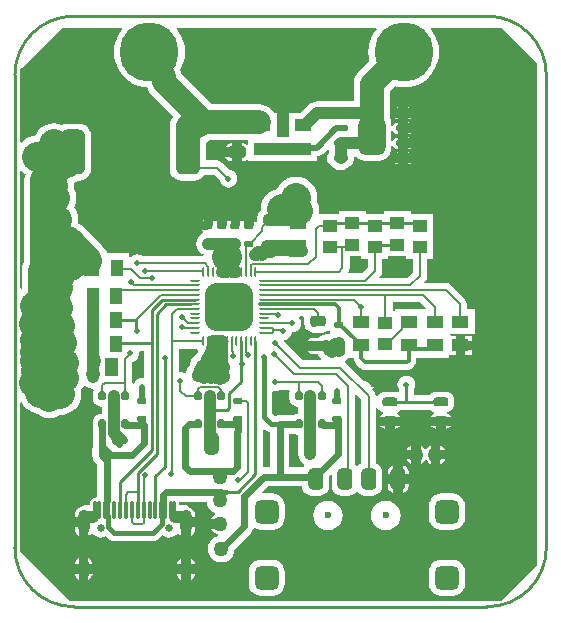
<source format=gtl>
G04*
G04 #@! TF.GenerationSoftware,Altium Limited,Altium Designer,20.2.3 (150)*
G04*
G04 Layer_Physical_Order=1*
G04 Layer_Color=255*
%FSLAX44Y44*%
%MOMM*%
G71*
G04*
G04 #@! TF.SameCoordinates,529A9E34-4FC0-4C7B-B34A-3B4898198E1E*
G04*
G04*
G04 #@! TF.FilePolarity,Positive*
G04*
G01*
G75*
%ADD11C,0.2000*%
%ADD19C,0.2540*%
G04:AMPARAMS|DCode=20|XSize=0.4064mm|YSize=0.4064mm|CornerRadius=0.2032mm|HoleSize=0mm|Usage=FLASHONLY|Rotation=90.000|XOffset=0mm|YOffset=0mm|HoleType=Round|Shape=RoundedRectangle|*
%AMROUNDEDRECTD20*
21,1,0.4064,0.0000,0,0,90.0*
21,1,0.0000,0.4064,0,0,90.0*
1,1,0.4064,0.0000,0.0000*
1,1,0.4064,0.0000,0.0000*
1,1,0.4064,0.0000,0.0000*
1,1,0.4064,0.0000,0.0000*
%
%ADD20ROUNDEDRECTD20*%
G04:AMPARAMS|DCode=21|XSize=0.762mm|YSize=0.5588mm|CornerRadius=0.1397mm|HoleSize=0mm|Usage=FLASHONLY|Rotation=0.000|XOffset=0mm|YOffset=0mm|HoleType=Round|Shape=RoundedRectangle|*
%AMROUNDEDRECTD21*
21,1,0.7620,0.2794,0,0,0.0*
21,1,0.4826,0.5588,0,0,0.0*
1,1,0.2794,0.2413,-0.1397*
1,1,0.2794,-0.2413,-0.1397*
1,1,0.2794,-0.2413,0.1397*
1,1,0.2794,0.2413,0.1397*
%
%ADD21ROUNDEDRECTD21*%
%ADD22R,1.4000X1.1000*%
%ADD23R,1.3000X1.0000*%
G04:AMPARAMS|DCode=24|XSize=1.27mm|YSize=0.762mm|CornerRadius=0.1905mm|HoleSize=0mm|Usage=FLASHONLY|Rotation=0.000|XOffset=0mm|YOffset=0mm|HoleType=Round|Shape=RoundedRectangle|*
%AMROUNDEDRECTD24*
21,1,1.2700,0.3810,0,0,0.0*
21,1,0.8890,0.7620,0,0,0.0*
1,1,0.3810,0.4445,-0.1905*
1,1,0.3810,-0.4445,-0.1905*
1,1,0.3810,-0.4445,0.1905*
1,1,0.3810,0.4445,0.1905*
%
%ADD24ROUNDEDRECTD24*%
G04:AMPARAMS|DCode=25|XSize=2.032mm|YSize=2.032mm|CornerRadius=0.508mm|HoleSize=0mm|Usage=FLASHONLY|Rotation=0.000|XOffset=0mm|YOffset=0mm|HoleType=Round|Shape=RoundedRectangle|*
%AMROUNDEDRECTD25*
21,1,2.0320,1.0160,0,0,0.0*
21,1,1.0160,2.0320,0,0,0.0*
1,1,1.0160,0.5080,-0.5080*
1,1,1.0160,-0.5080,-0.5080*
1,1,1.0160,-0.5080,0.5080*
1,1,1.0160,0.5080,0.5080*
%
%ADD25ROUNDEDRECTD25*%
G04:AMPARAMS|DCode=26|XSize=1.27mm|YSize=1.8mm|CornerRadius=0.3175mm|HoleSize=0mm|Usage=FLASHONLY|Rotation=0.000|XOffset=0mm|YOffset=0mm|HoleType=Round|Shape=RoundedRectangle|*
%AMROUNDEDRECTD26*
21,1,1.2700,1.1650,0,0,0.0*
21,1,0.6350,1.8000,0,0,0.0*
1,1,0.6350,0.3175,-0.5825*
1,1,0.6350,-0.3175,-0.5825*
1,1,0.6350,-0.3175,0.5825*
1,1,0.6350,0.3175,0.5825*
%
%ADD26ROUNDEDRECTD26*%
G04:AMPARAMS|DCode=27|XSize=0.6096mm|YSize=0.762mm|CornerRadius=0.1524mm|HoleSize=0mm|Usage=FLASHONLY|Rotation=0.000|XOffset=0mm|YOffset=0mm|HoleType=Round|Shape=RoundedRectangle|*
%AMROUNDEDRECTD27*
21,1,0.6096,0.4572,0,0,0.0*
21,1,0.3048,0.7620,0,0,0.0*
1,1,0.3048,0.1524,-0.2286*
1,1,0.3048,-0.1524,-0.2286*
1,1,0.3048,-0.1524,0.2286*
1,1,0.3048,0.1524,0.2286*
%
%ADD27ROUNDEDRECTD27*%
%ADD28R,1.1000X1.4000*%
%ADD29O,1.3000X0.5000*%
G04:AMPARAMS|DCode=30|XSize=3.2mm|YSize=2.3mm|CornerRadius=0.575mm|HoleSize=0mm|Usage=FLASHONLY|Rotation=270.000|XOffset=0mm|YOffset=0mm|HoleType=Round|Shape=RoundedRectangle|*
%AMROUNDEDRECTD30*
21,1,3.2000,1.1500,0,0,270.0*
21,1,2.0500,2.3000,0,0,270.0*
1,1,1.1500,-0.5750,-1.0250*
1,1,1.1500,-0.5750,1.0250*
1,1,1.1500,0.5750,1.0250*
1,1,1.1500,0.5750,-1.0250*
%
%ADD30ROUNDEDRECTD30*%
G04:AMPARAMS|DCode=31|XSize=3.81mm|YSize=2.032mm|CornerRadius=0.508mm|HoleSize=0mm|Usage=FLASHONLY|Rotation=270.000|XOffset=0mm|YOffset=0mm|HoleType=Round|Shape=RoundedRectangle|*
%AMROUNDEDRECTD31*
21,1,3.8100,1.0160,0,0,270.0*
21,1,2.7940,2.0320,0,0,270.0*
1,1,1.0160,-0.5080,-1.3970*
1,1,1.0160,-0.5080,1.3970*
1,1,1.0160,0.5080,1.3970*
1,1,1.0160,0.5080,-1.3970*
%
%ADD31ROUNDEDRECTD31*%
G04:AMPARAMS|DCode=32|XSize=1.5mm|YSize=1mm|CornerRadius=0.25mm|HoleSize=0mm|Usage=FLASHONLY|Rotation=180.000|XOffset=0mm|YOffset=0mm|HoleType=Round|Shape=RoundedRectangle|*
%AMROUNDEDRECTD32*
21,1,1.5000,0.5000,0,0,180.0*
21,1,1.0000,1.0000,0,0,180.0*
1,1,0.5000,-0.5000,0.2500*
1,1,0.5000,0.5000,0.2500*
1,1,0.5000,0.5000,-0.2500*
1,1,0.5000,-0.5000,-0.2500*
%
%ADD32ROUNDEDRECTD32*%
G04:AMPARAMS|DCode=33|XSize=0.84mm|YSize=0.22mm|CornerRadius=0.055mm|HoleSize=0mm|Usage=FLASHONLY|Rotation=180.000|XOffset=0mm|YOffset=0mm|HoleType=Round|Shape=RoundedRectangle|*
%AMROUNDEDRECTD33*
21,1,0.8400,0.1100,0,0,180.0*
21,1,0.7300,0.2200,0,0,180.0*
1,1,0.1100,-0.3650,0.0550*
1,1,0.1100,0.3650,0.0550*
1,1,0.1100,0.3650,-0.0550*
1,1,0.1100,-0.3650,-0.0550*
%
%ADD33ROUNDEDRECTD33*%
G04:AMPARAMS|DCode=34|XSize=0.84mm|YSize=0.22mm|CornerRadius=0.055mm|HoleSize=0mm|Usage=FLASHONLY|Rotation=90.000|XOffset=0mm|YOffset=0mm|HoleType=Round|Shape=RoundedRectangle|*
%AMROUNDEDRECTD34*
21,1,0.8400,0.1100,0,0,90.0*
21,1,0.7300,0.2200,0,0,90.0*
1,1,0.1100,0.0550,0.3650*
1,1,0.1100,0.0550,-0.3650*
1,1,0.1100,-0.0550,-0.3650*
1,1,0.1100,-0.0550,0.3650*
%
%ADD34ROUNDEDRECTD34*%
G04:AMPARAMS|DCode=35|XSize=1.3mm|YSize=0.9mm|CornerRadius=0.225mm|HoleSize=0mm|Usage=FLASHONLY|Rotation=180.000|XOffset=0mm|YOffset=0mm|HoleType=Round|Shape=RoundedRectangle|*
%AMROUNDEDRECTD35*
21,1,1.3000,0.4500,0,0,180.0*
21,1,0.8500,0.9000,0,0,180.0*
1,1,0.4500,-0.4250,0.2250*
1,1,0.4500,0.4250,0.2250*
1,1,0.4500,0.4250,-0.2250*
1,1,0.4500,-0.4250,-0.2250*
%
%ADD35ROUNDEDRECTD35*%
G04:AMPARAMS|DCode=36|XSize=0.9561mm|YSize=1.6098mm|CornerRadius=0.239mm|HoleSize=0mm|Usage=FLASHONLY|Rotation=90.000|XOffset=0mm|YOffset=0mm|HoleType=Round|Shape=RoundedRectangle|*
%AMROUNDEDRECTD36*
21,1,0.9561,1.1318,0,0,90.0*
21,1,0.4780,1.6098,0,0,90.0*
1,1,0.4780,0.5659,0.2390*
1,1,0.4780,0.5659,-0.2390*
1,1,0.4780,-0.5659,-0.2390*
1,1,0.4780,-0.5659,0.2390*
%
%ADD36ROUNDEDRECTD36*%
G04:AMPARAMS|DCode=37|XSize=1.5mm|YSize=0.3mm|CornerRadius=0.075mm|HoleSize=0mm|Usage=FLASHONLY|Rotation=90.000|XOffset=0mm|YOffset=0mm|HoleType=Round|Shape=RoundedRectangle|*
%AMROUNDEDRECTD37*
21,1,1.5000,0.1500,0,0,90.0*
21,1,1.3500,0.3000,0,0,90.0*
1,1,0.1500,0.0750,0.6750*
1,1,0.1500,0.0750,-0.6750*
1,1,0.1500,-0.0750,-0.6750*
1,1,0.1500,-0.0750,0.6750*
%
%ADD37ROUNDEDRECTD37*%
G04:AMPARAMS|DCode=63|XSize=4.064mm|YSize=4.064mm|CornerRadius=1.016mm|HoleSize=0mm|Usage=FLASHONLY|Rotation=90.000|XOffset=0mm|YOffset=0mm|HoleType=Round|Shape=RoundedRectangle|*
%AMROUNDEDRECTD63*
21,1,4.0640,2.0320,0,0,90.0*
21,1,2.0320,4.0640,0,0,90.0*
1,1,2.0320,1.0160,1.0160*
1,1,2.0320,1.0160,-1.0160*
1,1,2.0320,-1.0160,-1.0160*
1,1,2.0320,-1.0160,1.0160*
%
%ADD63ROUNDEDRECTD63*%
%ADD64C,1.0000*%
%ADD65C,0.5000*%
%ADD66C,0.6000*%
%ADD67C,0.4000*%
%ADD68C,0.3000*%
%ADD69C,2.5400*%
%ADD70C,3.0000*%
%ADD71C,2.0000*%
%ADD72C,0.6000*%
%ADD73C,5.0000*%
%ADD74C,0.6500*%
%ADD75O,1.0000X1.6000*%
%ADD76O,1.0000X2.1000*%
%ADD77C,0.5000*%
%ADD78C,1.2700*%
G36*
X441724Y459973D02*
Y34777D01*
X411625Y4678D01*
X46754D01*
X4463Y46969D01*
Y172735D01*
X5733Y173053D01*
X6766Y171120D01*
X8978Y168425D01*
X11673Y166213D01*
X14748Y164570D01*
X18085Y163558D01*
X18532Y163514D01*
X19420Y162784D01*
X22495Y161141D01*
X25832Y160129D01*
X29302Y159787D01*
X32771Y160129D01*
X36108Y161141D01*
X38329Y162328D01*
X41788Y162669D01*
X45125Y163681D01*
X48200Y165324D01*
X50895Y167536D01*
X53107Y170231D01*
X54750Y173306D01*
X55762Y176643D01*
X56104Y180112D01*
X55855Y182638D01*
X56409Y183312D01*
X58052Y186387D01*
X58113Y186588D01*
X59579Y187044D01*
X60997Y185956D01*
X63429Y184948D01*
X65928Y184620D01*
X66110Y184487D01*
X66752Y183417D01*
X66288Y182297D01*
X66064Y180594D01*
Y176022D01*
X66288Y174319D01*
X66945Y172732D01*
X67991Y171369D01*
X69354Y170323D01*
X70941Y169666D01*
X72644Y169442D01*
X73734D01*
Y163298D01*
X72644D01*
X70941Y163074D01*
X69354Y162417D01*
X67991Y161371D01*
X66945Y160008D01*
X66288Y158421D01*
X66064Y156718D01*
Y152778D01*
X65776Y138630D01*
X65593Y129577D01*
X65643Y129120D01*
X65513Y128293D01*
X65736Y126198D01*
X66494Y124233D01*
X67734Y122530D01*
X69639Y120528D01*
X69807Y120392D01*
Y93331D01*
X68780Y92254D01*
X67280D01*
X65996Y91999D01*
X64908Y91272D01*
X64181Y90184D01*
X63925Y88900D01*
Y86399D01*
X61975D01*
X59365Y86056D01*
X56932Y85048D01*
X56350Y84601D01*
X56312Y84596D01*
X54478Y83836D01*
X52902Y82628D01*
X51694Y81053D01*
X50934Y79218D01*
X50675Y77250D01*
Y75750D01*
X58280D01*
Y71750D01*
X62280D01*
Y59815D01*
X63658Y60872D01*
X64407Y61849D01*
X65904Y61916D01*
X65964Y61886D01*
X66746Y60866D01*
X68469Y59544D01*
X70476Y58712D01*
X72630Y58429D01*
X74784Y58712D01*
X76791Y59544D01*
X77070Y59758D01*
X79336Y57492D01*
X80798Y56370D01*
X82501Y55664D01*
X84328Y55424D01*
X116840D01*
X118667Y55664D01*
X120370Y56370D01*
X121832Y57492D01*
X124920Y60579D01*
X126269Y59544D01*
X128276Y58712D01*
X130430Y58429D01*
X132584Y58712D01*
X134591Y59544D01*
X136314Y60866D01*
X137096Y61886D01*
X137156Y61916D01*
X138653Y61849D01*
X139402Y60872D01*
X140780Y59815D01*
Y71750D01*
X144780D01*
Y75750D01*
X152385D01*
Y77250D01*
X152126Y79218D01*
X151366Y81053D01*
X150158Y82628D01*
X148582Y83836D01*
X148414Y83906D01*
X146910Y85060D01*
X144478Y86068D01*
X141867Y86411D01*
X139399D01*
X139356Y86476D01*
X139134Y86624D01*
Y88832D01*
X162442D01*
X162678Y87037D01*
X163822Y84276D01*
X165641Y81905D01*
X168012Y80086D01*
X169774Y79356D01*
Y77981D01*
X169253Y77765D01*
X167396Y76340D01*
X165971Y74483D01*
X165770Y74000D01*
X173736D01*
Y66000D01*
X165770D01*
X165971Y65517D01*
X167396Y63660D01*
X169253Y62235D01*
X171415Y61339D01*
X172127Y61245D01*
Y59964D01*
X171897Y59934D01*
X169136Y58790D01*
X166765Y56971D01*
X164946Y54600D01*
X163802Y51839D01*
X163412Y48876D01*
X163802Y45913D01*
X164946Y43152D01*
X166765Y40781D01*
X169136Y38962D01*
X171897Y37818D01*
X174860Y37428D01*
X177823Y37818D01*
X180584Y38962D01*
X182955Y40781D01*
X184774Y43152D01*
X185918Y45913D01*
X186308Y48876D01*
X186304Y48908D01*
X199762Y62366D01*
X201044Y64037D01*
X201850Y65984D01*
X201870Y66139D01*
X202983Y66697D01*
X203218Y66645D01*
X205599Y65659D01*
X208230Y65313D01*
X218390D01*
X221021Y65659D01*
X223473Y66675D01*
X225579Y68291D01*
X227195Y70396D01*
X228211Y72849D01*
X228557Y75480D01*
Y85640D01*
X228211Y88271D01*
X227195Y90723D01*
X225579Y92829D01*
X223473Y94445D01*
X221021Y95461D01*
X218390Y95807D01*
X209598D01*
X209072Y97077D01*
X214035Y102040D01*
X243149D01*
X243420Y99981D01*
X244244Y97992D01*
X245555Y96285D01*
X247262Y94974D01*
X249251Y94150D01*
X251385Y93869D01*
X257735D01*
X259869Y94150D01*
X261858Y94974D01*
X263566Y96285D01*
X264876Y97992D01*
X265700Y99981D01*
X265980Y102115D01*
Y110763D01*
X266966Y111749D01*
X268139Y111263D01*
Y102115D01*
X268420Y99981D01*
X269244Y97992D01*
X270555Y96285D01*
X272262Y94974D01*
X274251Y94150D01*
X276385Y93869D01*
X282735D01*
X284869Y94150D01*
X286858Y94974D01*
X288566Y96285D01*
X288925Y96753D01*
X290195D01*
X290555Y96285D01*
X292262Y94974D01*
X294251Y94150D01*
X296385Y93869D01*
X302735D01*
X304869Y94150D01*
X306858Y94974D01*
X308566Y96285D01*
X309876Y97992D01*
X310700Y99981D01*
X310980Y102115D01*
Y113765D01*
X310700Y115899D01*
X309876Y117888D01*
X308566Y119595D01*
X306858Y120906D01*
X305678Y121395D01*
Y167771D01*
X306947Y168024D01*
X307024Y167841D01*
X308130Y166398D01*
X309573Y165292D01*
X311252Y164596D01*
X312010Y164496D01*
X312052Y163209D01*
X311321Y163064D01*
X309850Y162082D01*
X309109Y160972D01*
X317500D01*
X325891D01*
X325150Y162082D01*
X324143Y162754D01*
X323798Y163270D01*
X323571Y163422D01*
X323966Y164686D01*
X325427Y165292D01*
X326870Y166398D01*
X327205Y166835D01*
X350975D01*
X351310Y166398D01*
X352753Y165292D01*
X354432Y164596D01*
X355190Y164496D01*
X355232Y163209D01*
X354501Y163064D01*
X353030Y162082D01*
X352289Y160972D01*
X360680D01*
X369071D01*
X368330Y162082D01*
X366859Y163064D01*
X366128Y163209D01*
X366170Y164496D01*
X366928Y164596D01*
X368607Y165292D01*
X370050Y166398D01*
X371157Y167841D01*
X371852Y169520D01*
X372090Y171323D01*
Y175133D01*
X371852Y176936D01*
X371157Y178615D01*
X370050Y180058D01*
X368607Y181164D01*
X366928Y181860D01*
X365125Y182098D01*
X356235D01*
X354432Y181860D01*
X352753Y181164D01*
X351310Y180058D01*
X350975Y179621D01*
X337863D01*
Y183971D01*
X338021Y184178D01*
X338777Y186002D01*
X339035Y187960D01*
X338777Y189918D01*
X338021Y191742D01*
X336819Y193309D01*
X335252Y194511D01*
X333428Y195267D01*
X331470Y195525D01*
X329512Y195267D01*
X327688Y194511D01*
X326121Y193309D01*
X324919Y191742D01*
X324163Y189918D01*
X323905Y187960D01*
X324163Y186002D01*
X324919Y184178D01*
X325077Y183971D01*
Y182453D01*
X324021Y181747D01*
X323748Y181860D01*
X321945Y182098D01*
X313055D01*
X311252Y181860D01*
X309573Y181164D01*
X308130Y180058D01*
X307024Y178615D01*
X306902Y178323D01*
X306779Y178312D01*
X305614Y178532D01*
X305212Y180555D01*
X303886Y182540D01*
X302661Y183764D01*
X303079Y185142D01*
X303591Y185244D01*
X304710Y185992D01*
X301625D01*
Y189992D01*
X297625D01*
Y193077D01*
X296877Y191959D01*
X296775Y191446D01*
X295397Y191028D01*
X279789Y206637D01*
X279658Y206724D01*
X279541Y207222D01*
X279552Y207825D01*
X279692Y208229D01*
X281452Y209580D01*
X282301Y210686D01*
X286814D01*
Y210439D01*
X287037Y208742D01*
X287692Y207161D01*
X288734Y205803D01*
X292163Y202374D01*
X293521Y201332D01*
X295102Y200677D01*
X296799Y200454D01*
X331978D01*
X333675Y200677D01*
X335256Y201332D01*
X336614Y202374D01*
X338011Y203771D01*
X339053Y205129D01*
X339708Y206710D01*
X339931Y208407D01*
Y210686D01*
X367600D01*
Y211897D01*
X367650Y213146D01*
X368870Y213146D01*
X373190D01*
Y221186D01*
Y229226D01*
X369185D01*
X368623Y230496D01*
X368795Y230686D01*
X389190D01*
Y251686D01*
X382799D01*
Y255935D01*
X382334Y258276D01*
X381008Y260261D01*
X368943Y272326D01*
X366958Y273652D01*
X364617Y274118D01*
X347166D01*
X346680Y275291D01*
X347226Y275836D01*
X348552Y277821D01*
X349017Y280162D01*
Y294580D01*
X354400D01*
Y312580D01*
Y332580D01*
X335350D01*
Y334580D01*
X312350D01*
Y332580D01*
X297250D01*
Y334580D01*
X274250D01*
Y332580D01*
X258520D01*
X257667Y333521D01*
X257780Y334672D01*
X257438Y338141D01*
X256426Y341478D01*
X255662Y342907D01*
X256002Y346356D01*
X255660Y349825D01*
X254648Y353162D01*
X253005Y356237D01*
X250793Y358932D01*
X248098Y361144D01*
X245023Y362787D01*
X241686Y363799D01*
X238216Y364141D01*
X234747Y363799D01*
X231410Y362787D01*
X228335Y361144D01*
X225640Y358932D01*
X223428Y356237D01*
X222127Y353802D01*
X219091Y352881D01*
X216016Y351238D01*
X213321Y349026D01*
X211109Y346331D01*
X209466Y343256D01*
X208454Y339919D01*
X208112Y336450D01*
X208173Y335829D01*
X207510Y335321D01*
X206326Y333777D01*
X205581Y331979D01*
X205327Y330050D01*
Y326582D01*
X204119Y325919D01*
X203936Y325970D01*
X203371Y326815D01*
X202120Y327652D01*
Y322580D01*
X194120D01*
Y327652D01*
X192869Y326815D01*
X191941D01*
X190690Y327652D01*
Y322580D01*
X182690D01*
Y327652D01*
X181439Y326815D01*
X180511D01*
X179260Y327652D01*
Y322580D01*
X171260D01*
Y327652D01*
X170009Y326815D01*
X169081D01*
X167830Y327652D01*
Y322580D01*
X163830D01*
Y318580D01*
X158421D01*
X158579Y318345D01*
X159485Y317739D01*
X159473Y316408D01*
X159451Y316350D01*
X158787Y316075D01*
X156698Y314472D01*
X155095Y312383D01*
X154087Y309951D01*
X153744Y307340D01*
X154087Y304729D01*
X155095Y302297D01*
X156698Y300208D01*
X158787Y298605D01*
X159722Y298218D01*
X159470Y296947D01*
X107980D01*
X107414Y297381D01*
X105590Y298137D01*
X103632Y298395D01*
X101674Y298137D01*
X99850Y297381D01*
X98283Y296179D01*
X97970Y295771D01*
X96700Y296202D01*
Y299020D01*
X77948D01*
X77687Y299881D01*
X76044Y302956D01*
X73832Y305651D01*
X73832Y305651D01*
X57331Y322152D01*
X54636Y324364D01*
X53439Y325003D01*
X53691Y327560D01*
X53349Y331029D01*
X52337Y334366D01*
X50694Y337441D01*
X50135Y338121D01*
X50559Y338914D01*
X51571Y342251D01*
X51913Y345720D01*
X51571Y349190D01*
X50559Y352527D01*
X49997Y353579D01*
X50240Y356045D01*
X49945Y359036D01*
X51016Y359361D01*
X53233Y360546D01*
X54370D01*
X57001Y360892D01*
X59454Y361908D01*
X61559Y363524D01*
X63175Y365630D01*
X64191Y368082D01*
X64537Y370713D01*
Y398653D01*
X64191Y401284D01*
X63175Y403736D01*
X61559Y405842D01*
X59454Y407458D01*
X57001Y408474D01*
X54370Y408820D01*
X44210D01*
X41579Y408474D01*
X40215Y407909D01*
X40045Y407999D01*
X36708Y409011D01*
X33238Y409353D01*
X29769Y409011D01*
X26432Y407999D01*
X23357Y406356D01*
X20662Y404144D01*
X18450Y401449D01*
X16946Y398633D01*
X15291Y398470D01*
X11954Y397458D01*
X8879Y395815D01*
X6184Y393603D01*
X5659Y392963D01*
X4463Y393391D01*
Y454701D01*
X5225Y455655D01*
X5733Y456163D01*
X5733Y456163D01*
X39642Y490072D01*
X90395D01*
X90927Y488919D01*
X89573Y487334D01*
X87106Y483308D01*
X85299Y478945D01*
X84197Y474353D01*
X83826Y469646D01*
X84197Y464939D01*
X85299Y460347D01*
X87106Y455984D01*
X89573Y451958D01*
X92640Y448367D01*
X96231Y445300D01*
X100257Y442833D01*
X104620Y441026D01*
X109212Y439924D01*
X111923Y439710D01*
X112315Y438418D01*
X113708Y435812D01*
X115583Y433528D01*
X134019Y415092D01*
X133758Y414774D01*
X132365Y412168D01*
X131507Y409341D01*
X131217Y406400D01*
Y399978D01*
X131043Y398653D01*
Y370713D01*
X131390Y368082D01*
X132405Y365630D01*
X134021Y363524D01*
X136126Y361908D01*
X138579Y360892D01*
X141210Y360546D01*
X151370D01*
X154001Y360892D01*
X156454Y361908D01*
X158559Y363524D01*
X160149Y365596D01*
X168932D01*
X173448Y361079D01*
X173541Y360373D01*
X174297Y358549D01*
X175499Y356982D01*
X177066Y355780D01*
X178890Y355024D01*
X180848Y354766D01*
X182806Y355024D01*
X184630Y355780D01*
X186197Y356982D01*
X187399Y358549D01*
X188155Y360373D01*
X188413Y362331D01*
X188155Y364289D01*
X187399Y366113D01*
X186197Y367680D01*
X184630Y368882D01*
X182806Y369638D01*
X182100Y369731D01*
X175792Y376039D01*
X173807Y377365D01*
X171466Y377831D01*
X161537D01*
Y392864D01*
X163714Y394028D01*
X165151Y395207D01*
X187602D01*
X187961Y395171D01*
X197550D01*
Y391657D01*
X196280Y391186D01*
X194926Y392091D01*
X192960Y392482D01*
X191960D01*
Y384843D01*
Y377205D01*
X192960D01*
X194926Y377596D01*
X196280Y378500D01*
X197550Y378029D01*
Y377010D01*
X221550D01*
Y377424D01*
X231840D01*
Y377010D01*
X255840D01*
Y381231D01*
X257369Y381433D01*
X259193Y382188D01*
X260760Y383391D01*
X264404Y387034D01*
X265674Y386508D01*
Y384118D01*
X265209Y383512D01*
X264453Y381688D01*
X264195Y379730D01*
X264453Y377772D01*
X265209Y375948D01*
X266411Y374381D01*
X267978Y373179D01*
X268278Y373055D01*
X268628Y372598D01*
X270717Y370995D01*
X273150Y369987D01*
X275760Y369644D01*
X278370Y369987D01*
X280803Y370995D01*
X282892Y372598D01*
X283242Y373055D01*
X283542Y373179D01*
X285109Y374381D01*
X286311Y375948D01*
X287067Y377772D01*
X287325Y379730D01*
X287162Y380968D01*
X288377Y381471D01*
X288843Y380863D01*
X291089Y379140D01*
X293704Y378057D01*
X296510Y377687D01*
X308010D01*
X310816Y378057D01*
X313431Y379140D01*
X315677Y380863D01*
X317400Y383109D01*
X318483Y385724D01*
X318853Y388530D01*
Y390087D01*
X319474Y390289D01*
X320123Y390298D01*
X321126Y388796D01*
X322794Y387682D01*
X324760Y387291D01*
X324760D01*
Y392430D01*
Y397569D01*
X324760D01*
X322794Y397178D01*
X321126Y396064D01*
X320123Y394562D01*
X319474Y394571D01*
X318853Y394773D01*
Y402787D01*
X319474Y402989D01*
X320123Y402998D01*
X321126Y401496D01*
X322794Y400382D01*
X324760Y399991D01*
X324760D01*
Y405130D01*
Y410269D01*
X324760D01*
X322794Y409878D01*
X321126Y408764D01*
X320123Y407262D01*
X319474Y407271D01*
X318853Y407473D01*
Y409030D01*
X318483Y411836D01*
X317400Y414451D01*
X317333Y414539D01*
Y436479D01*
X321494Y440640D01*
X324477Y439924D01*
X329184Y439553D01*
X333891Y439924D01*
X338483Y441026D01*
X342846Y442833D01*
X346872Y445300D01*
X350463Y448367D01*
X353530Y451958D01*
X355997Y455984D01*
X357804Y460347D01*
X358906Y464939D01*
X359277Y469646D01*
X358906Y474353D01*
X357804Y478945D01*
X355997Y483308D01*
X353530Y487334D01*
X352176Y488919D01*
X352708Y490072D01*
X411625D01*
X441724Y459973D01*
D02*
G37*
G36*
X306192Y488919D02*
X304839Y487334D01*
X302371Y483308D01*
X300564Y478945D01*
X299462Y474353D01*
X299091Y469646D01*
X299462Y464939D01*
X300178Y461956D01*
X291602Y453380D01*
X289728Y451096D01*
X288335Y448490D01*
X287477Y445662D01*
X287187Y442722D01*
Y427789D01*
X276725D01*
X275760Y427916D01*
X255660D01*
X253050Y427573D01*
X250617Y426565D01*
X248528Y424962D01*
X241576Y418010D01*
X231840D01*
Y397596D01*
X221550D01*
Y407142D01*
X221599Y407304D01*
X221889Y410244D01*
X221599Y413185D01*
X221550Y413346D01*
Y418010D01*
X219673D01*
X219348Y418618D01*
X217474Y420902D01*
X215190Y422776D01*
X212584Y424169D01*
X209757Y425027D01*
X206816Y425317D01*
X188284D01*
X187925Y425352D01*
X166390D01*
X141180Y450563D01*
X141024Y452147D01*
X140166Y454975D01*
X140141Y455020D01*
X140732Y455984D01*
X142539Y460347D01*
X143641Y464939D01*
X144012Y469646D01*
X143641Y474353D01*
X142539Y478945D01*
X140732Y483308D01*
X138265Y487334D01*
X136911Y488919D01*
X137443Y490072D01*
X305660D01*
X306192Y488919D01*
D02*
G37*
G36*
X293300Y294580D02*
X298810D01*
Y286887D01*
X294040Y282118D01*
X283043D01*
X282364Y283388D01*
X282877Y284155D01*
X283342Y286496D01*
Y296580D01*
X293300D01*
Y294580D01*
D02*
G37*
G36*
X331400D02*
X336782D01*
Y282696D01*
X332204Y278118D01*
X309002D01*
X308516Y279291D01*
X309253Y280027D01*
X310579Y282012D01*
X311045Y284353D01*
Y294580D01*
X316300D01*
Y296580D01*
X331400D01*
Y294580D01*
D02*
G37*
G36*
X6184Y368450D02*
X8879Y366238D01*
X9006Y366171D01*
X8464Y364384D01*
X8122Y360914D01*
Y293251D01*
X7341Y291790D01*
X6197Y288020D01*
X5811Y284099D01*
Y269001D01*
X5733Y268952D01*
X4463Y269651D01*
Y368662D01*
X5659Y369090D01*
X6184Y368450D01*
D02*
G37*
G36*
X347835Y252859D02*
X347349Y251686D01*
X322010D01*
Y250186D01*
X319807D01*
Y257915D01*
X342779D01*
X347835Y252859D01*
D02*
G37*
G36*
X245068Y244580D02*
X244977Y243890D01*
Y239390D01*
X245227Y237497D01*
X245957Y235734D01*
X247119Y234219D01*
X248634Y233057D01*
X250397Y232327D01*
X252290Y232078D01*
X260790D01*
X262683Y232327D01*
X264446Y233057D01*
X265184Y233624D01*
X266851Y233415D01*
X267123Y233008D01*
X266958Y231565D01*
X266111Y231214D01*
X265167Y230490D01*
X263375Y230726D01*
X260764Y230383D01*
X258331Y229375D01*
X256245Y227774D01*
X252290D01*
X250421Y227402D01*
X248837Y226343D01*
X247778Y224759D01*
X247754Y224640D01*
X256540D01*
Y216640D01*
X247754D01*
X247778Y216521D01*
X248837Y214937D01*
X250421Y213878D01*
X252290Y213506D01*
X256244D01*
X257054Y212697D01*
X257237Y212254D01*
X258840Y210165D01*
X259448Y209699D01*
X259017Y208428D01*
X244215D01*
X227948Y224695D01*
X228005Y225869D01*
X228076Y225993D01*
X229034Y226119D01*
X230858Y226875D01*
X232425Y228077D01*
X233627Y229644D01*
X234383Y231468D01*
X234489Y232272D01*
X234950Y232211D01*
X236908Y232469D01*
X238732Y233225D01*
X240299Y234427D01*
X241501Y235994D01*
X242257Y237818D01*
X242515Y239776D01*
X242257Y241734D01*
X241501Y243558D01*
X240717Y244580D01*
X241343Y245851D01*
X243955D01*
X245068Y244580D01*
D02*
G37*
G36*
X155059Y216999D02*
X154844Y215883D01*
X153519Y213608D01*
X153327Y212901D01*
X152014Y212150D01*
X150145Y210295D01*
X148820Y208020D01*
X148129Y205479D01*
X148126Y204727D01*
X147677Y203955D01*
X147461Y203161D01*
X146843Y202548D01*
X145518Y200273D01*
X144960Y198221D01*
X144049Y197728D01*
X143847Y197656D01*
X143556Y197634D01*
X141912Y198315D01*
X139954Y198573D01*
X139213Y199222D01*
Y218533D01*
X154034D01*
X155059Y216999D01*
D02*
G37*
G36*
X87354Y210058D02*
Y195347D01*
X76126D01*
Y210250D01*
X87197D01*
X87354Y210058D01*
D02*
G37*
G36*
X109685Y194608D02*
X108730Y193771D01*
X107950Y193874D01*
X105992Y193616D01*
X104168Y192860D01*
X102601Y191658D01*
X101399Y190091D01*
X100859Y188790D01*
X99590Y189042D01*
Y207319D01*
X99621Y207323D01*
X101445Y208079D01*
X103012Y209281D01*
X104214Y210848D01*
X104970Y212672D01*
X105228Y214630D01*
X105108Y215537D01*
X105946Y216492D01*
X109685D01*
Y194608D01*
D02*
G37*
G36*
X232829Y182711D02*
X232658Y182297D01*
X232434Y180594D01*
Y176022D01*
X232658Y174319D01*
X233315Y172732D01*
X234361Y171369D01*
X235724Y170323D01*
X237311Y169666D01*
X239014Y169442D01*
X240104D01*
Y163298D01*
X239014D01*
X237311Y163074D01*
X235927Y162501D01*
X224663D01*
X222575Y162226D01*
X220803Y161492D01*
X219967D01*
X217886Y163574D01*
Y181662D01*
X219156Y182511D01*
X220604Y182320D01*
X222562Y182578D01*
X224387Y183334D01*
X224952Y183767D01*
X232124D01*
X232829Y182711D01*
D02*
G37*
G36*
X293442Y175680D02*
Y121395D01*
X292262Y120906D01*
X290555Y119595D01*
X290195Y119127D01*
X288925D01*
X288566Y119595D01*
X287931Y120083D01*
Y179533D01*
X289104Y180019D01*
X293442Y175680D01*
D02*
G37*
G36*
X237311Y145790D02*
X239014Y145566D01*
X239786D01*
Y137478D01*
X240026Y135652D01*
Y129032D01*
X240370Y126421D01*
X241378Y123989D01*
X242981Y121900D01*
X244748Y120544D01*
X245067Y120168D01*
X245046Y118932D01*
X244467Y118178D01*
X232224D01*
Y146363D01*
X235927D01*
X237311Y145790D01*
D02*
G37*
G36*
X212051Y149440D02*
X213513Y148317D01*
X215216Y147612D01*
X216086Y147498D01*
Y118178D01*
X210693D01*
X210003Y118783D01*
Y149828D01*
X211176Y150314D01*
X212051Y149440D01*
D02*
G37*
%LPC*%
G36*
X332760Y422969D02*
Y421830D01*
X335845D01*
X334726Y422578D01*
X332760Y422969D01*
D02*
G37*
G36*
X324760D02*
X324760D01*
X322794Y422578D01*
X321675Y421830D01*
X324760D01*
Y422969D01*
D02*
G37*
G36*
X335845Y413830D02*
X332760D01*
Y412691D01*
X334726Y413082D01*
X335845Y413830D01*
D02*
G37*
G36*
X324760D02*
X321675D01*
X322794Y413082D01*
X324760Y412691D01*
X324760D01*
Y413830D01*
D02*
G37*
G36*
X332760Y410269D02*
Y409130D01*
X335845D01*
X334726Y409878D01*
X332760Y410269D01*
D02*
G37*
G36*
X335845Y401130D02*
X332760D01*
Y399991D01*
X334726Y400382D01*
X335845Y401130D01*
D02*
G37*
G36*
X332760Y397569D02*
Y396430D01*
X335845D01*
X334726Y397178D01*
X332760Y397569D01*
D02*
G37*
G36*
X183960Y392482D02*
X182960D01*
X180993Y392091D01*
X179326Y390977D01*
X178212Y389310D01*
X178120Y388843D01*
X183960D01*
Y392482D01*
D02*
G37*
G36*
X335845Y388430D02*
X332760D01*
Y387291D01*
X334726Y387682D01*
X335845Y388430D01*
D02*
G37*
G36*
X332760Y384869D02*
Y383730D01*
X335845D01*
X334726Y384478D01*
X332760Y384869D01*
D02*
G37*
G36*
X324760D02*
X324760D01*
X322794Y384478D01*
X321675Y383730D01*
X324760D01*
Y384869D01*
D02*
G37*
G36*
X183960Y380843D02*
X178120D01*
X178212Y380377D01*
X179326Y378710D01*
X180993Y377596D01*
X182960Y377205D01*
X183960D01*
Y380843D01*
D02*
G37*
G36*
X335845Y375730D02*
X332760D01*
Y374591D01*
X334726Y374982D01*
X335845Y375730D01*
D02*
G37*
G36*
X324760D02*
X321675D01*
X322794Y374982D01*
X324760Y374591D01*
X324760D01*
Y375730D01*
D02*
G37*
G36*
X159830Y327652D02*
X158579Y326815D01*
X158421Y326580D01*
X159830D01*
Y327652D01*
D02*
G37*
G36*
X381190Y229226D02*
Y225186D01*
X386730D01*
Y229226D01*
X381190D01*
D02*
G37*
G36*
X386730Y217186D02*
X381190D01*
Y213146D01*
X386730D01*
Y217186D01*
D02*
G37*
G36*
X369071Y152972D02*
X364680D01*
Y150535D01*
X365125D01*
X366859Y150880D01*
X368330Y151862D01*
X369071Y152972D01*
D02*
G37*
G36*
X356680D02*
X352289D01*
X353030Y151862D01*
X354501Y150880D01*
X356235Y150535D01*
X356680D01*
Y152972D01*
D02*
G37*
G36*
X325891D02*
X321500D01*
Y150535D01*
X321945D01*
X323679Y150880D01*
X325150Y151862D01*
X325891Y152972D01*
D02*
G37*
G36*
X313500D02*
X309109D01*
X309850Y151862D01*
X311321Y150880D01*
X313055Y150535D01*
X313500D01*
Y152972D01*
D02*
G37*
G36*
X352108Y136617D02*
X351625Y136416D01*
X349768Y134991D01*
X348599Y133469D01*
X348204Y133362D01*
X347503D01*
X347107Y133469D01*
X345938Y134991D01*
X344081Y136416D01*
X343598Y136617D01*
Y128651D01*
Y120685D01*
X344081Y120886D01*
X345938Y122311D01*
X347107Y123833D01*
X347503Y123940D01*
X348204D01*
X348599Y123833D01*
X349768Y122311D01*
X351625Y120886D01*
X352108Y120685D01*
Y128651D01*
Y136617D01*
D02*
G37*
G36*
X360108D02*
Y132651D01*
X364074D01*
X363873Y133134D01*
X362448Y134991D01*
X360591Y136416D01*
X360108Y136617D01*
D02*
G37*
G36*
X335598D02*
X335115Y136416D01*
X333258Y134991D01*
X331833Y133134D01*
X331632Y132651D01*
X335598D01*
Y136617D01*
D02*
G37*
G36*
X364074Y124651D02*
X360108D01*
Y120685D01*
X360591Y120886D01*
X362448Y122311D01*
X363873Y124168D01*
X364074Y124651D01*
D02*
G37*
G36*
X335598D02*
X331632D01*
X331833Y124168D01*
X333258Y122311D01*
X335115Y120886D01*
X335598Y120685D01*
Y124651D01*
D02*
G37*
G36*
X328560Y119428D02*
Y111940D01*
X333562D01*
Y113765D01*
X333118Y115995D01*
X331855Y117885D01*
X329965Y119148D01*
X328560Y119428D01*
D02*
G37*
G36*
X320560D02*
X319155Y119148D01*
X317265Y117885D01*
X316002Y115995D01*
X315558Y113765D01*
Y111940D01*
X320560D01*
Y119428D01*
D02*
G37*
G36*
X333562Y103940D02*
X328560D01*
Y96452D01*
X329965Y96732D01*
X331855Y97995D01*
X333118Y99885D01*
X333562Y102115D01*
Y103940D01*
D02*
G37*
G36*
X320560D02*
X315558D01*
Y102115D01*
X316002Y99885D01*
X317265Y97995D01*
X319155Y96732D01*
X320560Y96452D01*
Y103940D01*
D02*
G37*
G36*
X370890Y95807D02*
X360730D01*
X358099Y95461D01*
X355647Y94445D01*
X353541Y92829D01*
X351925Y90723D01*
X350910Y88271D01*
X350563Y85640D01*
Y75480D01*
X350910Y72849D01*
X351925Y70396D01*
X353541Y68291D01*
X355647Y66675D01*
X358099Y65659D01*
X360730Y65313D01*
X370890D01*
X373521Y65659D01*
X375974Y66675D01*
X378079Y68291D01*
X379695Y70396D01*
X380710Y72849D01*
X381057Y75480D01*
Y85640D01*
X380710Y88271D01*
X379695Y90723D01*
X378079Y92829D01*
X375974Y94445D01*
X373521Y95461D01*
X370890Y95807D01*
D02*
G37*
G36*
X314060Y89788D02*
X310797Y89358D01*
X307756Y88099D01*
X305145Y86095D01*
X303141Y83484D01*
X301882Y80443D01*
X301452Y77180D01*
X301882Y73917D01*
X303141Y70876D01*
X305145Y68265D01*
X307756Y66261D01*
X310797Y65002D01*
X314060Y64572D01*
X317323Y65002D01*
X320364Y66261D01*
X322975Y68265D01*
X324979Y70876D01*
X326238Y73917D01*
X326668Y77180D01*
X326238Y80443D01*
X324979Y83484D01*
X322975Y86095D01*
X320364Y88099D01*
X317323Y89358D01*
X314060Y89788D01*
D02*
G37*
G36*
X265060D02*
X261797Y89358D01*
X258756Y88099D01*
X256145Y86095D01*
X254141Y83484D01*
X252882Y80443D01*
X252452Y77180D01*
X252882Y73917D01*
X254141Y70876D01*
X256145Y68265D01*
X258756Y66261D01*
X261797Y65002D01*
X265060Y64572D01*
X268323Y65002D01*
X271364Y66261D01*
X273975Y68265D01*
X275979Y70876D01*
X277238Y73917D01*
X277668Y77180D01*
X277238Y80443D01*
X275979Y83484D01*
X273975Y86095D01*
X271364Y88099D01*
X268323Y89358D01*
X265060Y89788D01*
D02*
G37*
G36*
X152385Y67750D02*
X148780D01*
Y59815D01*
X150158Y60872D01*
X151366Y62447D01*
X152126Y64282D01*
X152385Y66250D01*
Y67750D01*
D02*
G37*
G36*
X54280D02*
X50675D01*
Y66250D01*
X50934Y64282D01*
X51694Y62447D01*
X52902Y60872D01*
X54280Y59815D01*
Y67750D01*
D02*
G37*
G36*
X148780Y41185D02*
Y35750D01*
X152253D01*
X152126Y36718D01*
X151366Y38552D01*
X150158Y40128D01*
X148780Y41185D01*
D02*
G37*
G36*
X62280D02*
Y35750D01*
X65753D01*
X65626Y36718D01*
X64866Y38552D01*
X63658Y40128D01*
X62280Y41185D01*
D02*
G37*
G36*
X140780D02*
X139402Y40128D01*
X138194Y38552D01*
X137434Y36718D01*
X137307Y35750D01*
X140780D01*
Y41185D01*
D02*
G37*
G36*
X54280D02*
X52902Y40128D01*
X51694Y38552D01*
X50934Y36718D01*
X50807Y35750D01*
X54280D01*
Y41185D01*
D02*
G37*
G36*
X152253Y27750D02*
X148780D01*
Y22315D01*
X150158Y23372D01*
X151366Y24948D01*
X152126Y26782D01*
X152253Y27750D01*
D02*
G37*
G36*
X65753D02*
X62280D01*
Y22315D01*
X63658Y23372D01*
X64866Y24948D01*
X65626Y26782D01*
X65753Y27750D01*
D02*
G37*
G36*
X140780D02*
X137307D01*
X137434Y26782D01*
X138194Y24948D01*
X139402Y23372D01*
X140780Y22315D01*
Y27750D01*
D02*
G37*
G36*
X54280D02*
X50807D01*
X50934Y26782D01*
X51694Y24948D01*
X52902Y23372D01*
X54280Y22315D01*
Y27750D01*
D02*
G37*
G36*
X370890Y39807D02*
X360730D01*
X358099Y39460D01*
X355647Y38445D01*
X353541Y36829D01*
X351925Y34723D01*
X350910Y32271D01*
X350563Y29640D01*
Y19480D01*
X350910Y16848D01*
X351925Y14396D01*
X353541Y12291D01*
X355647Y10675D01*
X358099Y9659D01*
X360730Y9313D01*
X370890D01*
X373521Y9659D01*
X375974Y10675D01*
X378079Y12291D01*
X379695Y14396D01*
X380710Y16848D01*
X381057Y19480D01*
Y29640D01*
X380710Y32271D01*
X379695Y34723D01*
X378079Y36829D01*
X375974Y38445D01*
X373521Y39460D01*
X370890Y39807D01*
D02*
G37*
G36*
X218390D02*
X208230D01*
X205599Y39460D01*
X203146Y38445D01*
X201041Y36829D01*
X199425Y34723D01*
X198410Y32271D01*
X198063Y29640D01*
Y19480D01*
X198410Y16848D01*
X199425Y14396D01*
X201041Y12291D01*
X203146Y10675D01*
X205599Y9659D01*
X208230Y9313D01*
X218390D01*
X221021Y9659D01*
X223473Y10675D01*
X225579Y12291D01*
X227195Y14396D01*
X228211Y16848D01*
X228557Y19480D01*
Y29640D01*
X228211Y32271D01*
X227195Y34723D01*
X225579Y36829D01*
X223473Y38445D01*
X221021Y39460D01*
X218390Y39807D01*
D02*
G37*
%LPD*%
D11*
X241681Y202311D02*
X275463D01*
X299560Y107940D02*
Y178214D01*
X275463Y202311D02*
X299560Y178214D01*
X220472Y223520D02*
X241681Y202311D01*
X281813Y110193D02*
Y186690D01*
X236728Y196977D02*
X271526D01*
X281813Y186690D01*
X219583Y214122D02*
X236728Y196977D01*
X218694Y248031D02*
X219095Y247630D01*
X220747Y247228D02*
X222443D01*
X219095Y247630D02*
X220346D01*
X220747Y247228D01*
X213868Y248031D02*
X218694D01*
X98218Y285830D02*
X105791Y278257D01*
X116078D01*
X159383Y284480D02*
X159610Y284253D01*
X109855Y284480D02*
X159383D01*
X87390Y285830D02*
X98218D01*
X160643Y290830D02*
X163510Y287963D01*
X103632Y290830D02*
X160643D01*
X86200Y287020D02*
X87390Y285830D01*
X102997Y235040D02*
Y243584D01*
Y233426D02*
Y235040D01*
X123413Y264000D02*
X152260D01*
X102997Y243584D02*
X123413Y264000D01*
X183642Y216662D02*
Y224650D01*
X159610Y283350D02*
Y284253D01*
X97917Y275082D02*
X100999Y272000D01*
X129447D01*
X93472Y189230D02*
Y210058D01*
X97663Y214249D01*
Y214630D01*
X129447Y272000D02*
X129447Y272000D01*
X189230Y173990D02*
X196059D01*
X197231Y113919D02*
Y172818D01*
X196059Y173990D02*
X197231Y172818D01*
X189738Y106426D02*
X197231Y113919D01*
X268557Y215458D02*
X272730D01*
X171466Y371713D02*
X180848Y362331D01*
X155139Y371713D02*
X171466D01*
X146290Y380562D02*
X155139Y371713D01*
X146290Y380562D02*
Y384683D01*
X256540Y220640D02*
X263375D01*
X272730Y215458D02*
X273304Y214884D01*
X273050Y182626D02*
X273050Y182626D01*
X107950Y186309D02*
X108204Y186563D01*
X66280Y76313D02*
X69977Y80010D01*
X58280Y71750D02*
Y72618D01*
X61975Y76313D01*
X71030Y80510D02*
Y82150D01*
X70530Y80010D02*
X71030Y80510D01*
X69977Y80010D02*
X70530D01*
X135030Y76825D02*
Y82150D01*
Y76825D02*
X135530Y76325D01*
X141867D02*
X144780Y73412D01*
X279560Y107940D02*
X281813Y110193D01*
X199009Y307340D02*
X209550Y317881D01*
X215924Y327660D02*
X218440D01*
X209550Y321286D02*
X215924Y327660D01*
X209550Y317881D02*
Y321286D01*
X239903Y326136D02*
X240555Y325485D01*
X237330Y327660D02*
X239379Y325611D01*
X197374Y307340D02*
X199009D01*
X133096Y113411D02*
Y224650D01*
X132207Y112522D02*
X133096Y113411D01*
X253153Y109347D02*
X254560Y110754D01*
X197179Y212872D02*
Y214249D01*
X156620Y185808D02*
X172303D01*
X155448Y178308D02*
Y184636D01*
X156620Y185808D01*
X174752Y179354D02*
X174782Y179324D01*
X174752Y179354D02*
Y183359D01*
Y178308D02*
Y179354D01*
X172303Y185808D02*
X174752Y183359D01*
X174782Y179324D02*
X175768D01*
X144526Y178308D02*
X155448D01*
X139954Y182880D02*
X144526Y178308D01*
X139954Y182880D02*
Y191008D01*
X184343Y213192D02*
X184917Y212618D01*
X184343Y213192D02*
Y215961D01*
X248412Y290195D02*
X254635Y296418D01*
X199517Y286639D02*
Y289023D01*
X200689Y290195D01*
X248412D01*
X239903Y326136D02*
Y338074D01*
X249555Y137160D02*
X249872Y137478D01*
X78530Y82150D02*
X79030Y81650D01*
X234658Y240068D02*
X234950Y239776D01*
X213106Y240068D02*
X234658D01*
X124030Y82150D02*
Y88150D01*
Y76700D02*
Y82150D01*
X124530Y76200D02*
X124968D01*
X124030Y76700D02*
X124530Y76200D01*
X79030Y77650D02*
Y81650D01*
X76030Y82150D02*
X78530D01*
X141512Y236000D02*
X152260D01*
X277225Y286496D02*
Y304580D01*
X283750D01*
X266700D02*
X277225D01*
X283750D02*
X285750Y306580D01*
X274079Y283350D02*
X277225Y286496D01*
X203610Y283350D02*
X274079D01*
X163510Y283450D02*
X163610Y283350D01*
X163510Y283450D02*
Y287963D01*
X133096Y224650D02*
X158970D01*
X133096D02*
Y248031D01*
X137065Y252000D01*
X149330Y256000D02*
X152260D01*
X137065Y252000D02*
X152260D01*
X76073Y189230D02*
X93472D01*
Y178308D02*
Y189230D01*
X197179Y212872D02*
X197744D01*
X195610Y215818D02*
X197179Y214249D01*
X195610Y215818D02*
Y224650D01*
X253153Y109347D02*
X254560Y107940D01*
X252391Y110109D02*
X253153Y109347D01*
X240919Y189885D02*
X256520D01*
X221250D02*
X240919D01*
X240538Y178308D02*
Y189504D01*
X240919Y189885D01*
X256520D02*
X259842Y186563D01*
Y178308D02*
Y186563D01*
X333375Y220551D02*
X334010Y221186D01*
X332510Y241186D02*
X334010D01*
X328010Y236686D02*
X332510Y241186D01*
X328010Y235006D02*
Y236686D01*
X315190Y222186D02*
X328010Y235006D01*
X313690Y222186D02*
X315190D01*
X364617Y268000D02*
X376682Y255935D01*
Y241694D02*
X377190Y241186D01*
X376682Y241694D02*
Y255935D01*
X313309Y264033D02*
X345313D01*
X213487D02*
X313309D01*
X313690Y240186D02*
Y263652D01*
X313309Y264033D02*
X313690Y263652D01*
X355600Y241186D02*
Y253746D01*
X345313Y264033D02*
X355600Y253746D01*
X293370Y241186D02*
Y253365D01*
X279146Y260000D02*
X286735D01*
X293370Y253365D01*
X210960Y260000D02*
X279146D01*
X210960Y268000D02*
X364617D01*
X210960Y272000D02*
X334738D01*
X342900Y280162D02*
Y304580D01*
X334738Y272000D02*
X342900Y280162D01*
X210960Y276000D02*
X296574D01*
X304800Y304580D02*
X304927Y304453D01*
Y284353D02*
Y304453D01*
X296574Y276000D02*
X304927Y284353D01*
X107858Y69596D02*
X109030Y70768D01*
Y110427D01*
X100711Y69596D02*
X107858D01*
X99030Y71277D02*
X100711Y69596D01*
X99030Y71277D02*
Y82150D01*
X141478Y235966D02*
X141512Y236000D01*
X152160Y240100D02*
X152260Y240000D01*
X146615Y240100D02*
X152160D01*
X141986Y244729D02*
X146615Y240100D01*
X129447Y272000D02*
X152260D01*
X183642Y216662D02*
X184343Y215961D01*
X240030Y324960D02*
X241079D01*
X242824Y323215D01*
X222443Y247228D02*
X223017Y246654D01*
X256540Y241640D02*
Y248412D01*
X252984Y251968D02*
X256540Y248412D01*
X210992Y251968D02*
X252984D01*
X249872Y154115D02*
X250190Y154432D01*
X164973Y133477D02*
X165100Y133604D01*
X187590Y154432D02*
X188849Y153173D01*
X124030Y88150D02*
X125375Y89495D01*
X218567Y233824D02*
X226678D01*
X227076Y233426D01*
X254540Y241640D02*
X256540D01*
X218567Y233824D02*
Y234828D01*
Y232820D02*
Y233824D01*
X210960Y232000D02*
X210960Y232000D01*
X217747D01*
X218567Y232820D01*
X210960Y236000D02*
X217395D01*
X218567Y234828D01*
X74168Y187325D02*
X76073Y189230D01*
X74168Y178308D02*
Y187325D01*
X109030Y110427D02*
X110744Y112141D01*
X96139Y96901D02*
X104030D01*
X94030Y82150D02*
X94070Y82190D01*
Y94832D01*
X96139Y96901D01*
X90540Y267970D02*
X152260D01*
X86040Y262890D02*
Y263470D01*
X90540Y267970D01*
X204089Y297942D02*
X204901D01*
X217945Y301638D02*
X218440D01*
X216739Y300432D02*
X217945Y301638D01*
X195610Y283350D02*
Y305576D01*
X179965Y301416D02*
X183880Y305331D01*
Y305331D02*
X185816Y307267D01*
X183880Y305331D02*
Y305331D01*
X185816Y307267D02*
X186220D01*
X179900Y297298D02*
X179965Y297363D01*
X254635Y296418D02*
Y319913D01*
X257302Y322580D02*
X266700D01*
X254635Y319913D02*
X257302Y322580D01*
X213360Y264160D02*
X213487Y264033D01*
X210960Y252000D02*
X210992Y251968D01*
X195610Y305576D02*
X197374Y307340D01*
D19*
X119030Y110521D02*
X126746Y118237D01*
Y210312D01*
X86040Y242570D02*
X102526D01*
X102526Y233897D02*
Y242570D01*
X102526Y242570D02*
X102526Y242570D01*
Y233897D02*
X102997Y233426D01*
X178435Y96901D02*
X188595D01*
X203610Y111916D01*
X144780Y73412D02*
Y75074D01*
X188849Y153173D02*
Y154432D01*
X104030Y113428D02*
X120118Y129516D01*
Y248134D01*
X116078Y132969D02*
Y222885D01*
X89030Y105921D02*
X116078Y132969D01*
X203610Y111916D02*
Y224650D01*
X173736Y90000D02*
X174028Y90292D01*
X152229Y259969D02*
X152260Y260000D01*
X124714Y259969D02*
X152229D01*
X292910Y221186D02*
X293370D01*
X289385Y224711D02*
X292910Y221186D01*
X89030Y82150D02*
Y105921D01*
X104030Y96901D02*
Y113428D01*
X119030Y82150D02*
Y110521D01*
X259842Y154432D02*
X260731Y153543D01*
X285750Y324580D02*
X304800D01*
X323850D01*
X191610Y204691D02*
Y224650D01*
X25908Y193548D02*
X28956Y190500D01*
X127913Y255929D02*
X149330D01*
X120118Y248134D02*
X127913Y255929D01*
X116078Y251333D02*
X124714Y259969D01*
X116078Y222885D02*
Y251333D01*
X291870Y241186D02*
X293370D01*
X181356Y168529D02*
Y180594D01*
X191135Y190373D01*
X191553Y204634D02*
X191610Y204691D01*
X191553Y202895D02*
Y204634D01*
X191135Y202477D02*
X191553Y202895D01*
X191135Y190373D02*
Y202477D01*
X164520Y224650D02*
X167610D01*
X90678Y222885D02*
X116078D01*
X165100Y166370D02*
X179197D01*
X181356Y168529D01*
X139975Y397510D02*
X146290D01*
X175610Y224650D02*
X179610D01*
X25908Y284099D02*
Y289903D01*
X44755Y302945D02*
Y309576D01*
X188145Y158750D02*
X188849Y158046D01*
X188105Y147556D02*
X188849Y148300D01*
X104030Y82150D02*
Y96901D01*
X86040Y222250D02*
X86929Y223139D01*
X179610Y296042D02*
X180975Y297407D01*
X186293Y307340D02*
X186690D01*
X186220Y307267D02*
X186293Y307340D01*
X271706Y405035D02*
X271801Y405130D01*
X275760D01*
Y417830D02*
X275887Y417703D01*
X298069D02*
X302260Y413512D01*
Y398780D02*
Y403280D01*
X293984Y392416D02*
Y398378D01*
X294386Y398780D01*
X302260D01*
X139512Y402654D02*
X146290Y405999D01*
X139114Y397510D02*
X139975Y397510D01*
X137626Y398998D02*
X139114Y397510D01*
X61256Y293074D02*
X61580Y292750D01*
X61970D01*
X66200Y287020D02*
Y288520D01*
X61970Y292750D02*
X66200Y288520D01*
X265200Y304580D02*
X266700D01*
X261470Y300850D02*
X265200Y304580D01*
X331470Y173228D02*
X360680D01*
X317500D02*
X331470D01*
Y187960D01*
X306800Y306580D02*
X323850D01*
X304800Y304580D02*
X306800Y306580D01*
X323850Y324580D02*
X340900D01*
X342900Y322580D01*
X266700D02*
X268700Y324580D01*
X285750D01*
X187610Y283350D02*
X190500D01*
X179610D02*
X183610D01*
X236708Y301638D02*
X240030Y304960D01*
X206816Y410244D02*
X209550Y407510D01*
X171610Y224650D02*
X175610D01*
X141334Y78520D02*
X144780Y75074D01*
X324560Y107240D02*
X325120Y106680D01*
X317500Y156972D02*
X319278Y158750D01*
X324560Y107240D02*
Y107940D01*
X352008Y244778D02*
X355600Y241186D01*
X334010Y221186D02*
X336756Y218440D01*
X355600D02*
Y221186D01*
X251660Y238760D02*
X254000D01*
X188145Y158750D02*
X189230D01*
X0Y50000D02*
G03*
X50000Y0I50000J0D01*
G01*
X400000D02*
G03*
X450000Y50000I0J50000D01*
G01*
Y450000D02*
G03*
X400000Y500000I-50000J0D01*
G01*
X50000D02*
G03*
X0Y450000I0J-50000D01*
G01*
X50000Y0D02*
X400000D01*
X50000Y500000D02*
X400000D01*
X450000Y50000D02*
Y450000D01*
X0Y50000D02*
Y450000D01*
D20*
X173736Y90000D02*
D03*
Y70000D02*
D03*
Y50000D02*
D03*
Y110000D02*
D03*
D21*
X189230Y158750D02*
D03*
Y173990D02*
D03*
X273050Y158750D02*
D03*
Y173990D02*
D03*
X107950Y158750D02*
D03*
Y173990D02*
D03*
X198120Y322580D02*
D03*
Y307340D02*
D03*
X186690Y322580D02*
D03*
Y307340D02*
D03*
X175260Y322580D02*
D03*
Y307340D02*
D03*
X163830Y322580D02*
D03*
Y307340D02*
D03*
X274320Y223520D02*
D03*
Y238760D02*
D03*
D22*
X355600Y221186D02*
D03*
Y241186D02*
D03*
X334010Y221186D02*
D03*
Y241186D02*
D03*
X240030Y324960D02*
D03*
Y304960D02*
D03*
X209550Y407510D02*
D03*
Y387510D02*
D03*
X293370Y241186D02*
D03*
Y221186D02*
D03*
X377190Y241186D02*
D03*
Y221186D02*
D03*
X243840Y387510D02*
D03*
Y407510D02*
D03*
D23*
X313690Y240186D02*
D03*
Y222186D02*
D03*
X266700Y322580D02*
D03*
Y304580D02*
D03*
X285750Y306580D02*
D03*
Y324580D02*
D03*
X304800Y322580D02*
D03*
Y304580D02*
D03*
X323850Y306580D02*
D03*
Y324580D02*
D03*
X342900Y322580D02*
D03*
Y304580D02*
D03*
D24*
X360680Y173228D02*
D03*
X317500D02*
D03*
X360680Y156972D02*
D03*
X317500D02*
D03*
D25*
X213310Y80560D02*
D03*
X365810D02*
D03*
Y24560D02*
D03*
X213310D02*
D03*
D26*
X254560Y107940D02*
D03*
X279560D02*
D03*
X299560D02*
D03*
X324560D02*
D03*
D27*
X240538Y154432D02*
D03*
X259842D02*
D03*
Y178308D02*
D03*
X250190Y154432D02*
D03*
X240538Y178308D02*
D03*
X250190D02*
D03*
X155448Y154432D02*
D03*
X174752D02*
D03*
Y178308D02*
D03*
X165100Y154432D02*
D03*
X155448Y178308D02*
D03*
X165100D02*
D03*
X74168Y154432D02*
D03*
X93472D02*
D03*
Y178308D02*
D03*
X83820Y154432D02*
D03*
X74168Y178308D02*
D03*
X83820D02*
D03*
D28*
X86200Y287020D02*
D03*
X66200D02*
D03*
X66040Y222250D02*
D03*
X86040D02*
D03*
X66040Y242570D02*
D03*
X86040D02*
D03*
X66040Y262890D02*
D03*
X86040D02*
D03*
D29*
X275760Y417830D02*
D03*
Y405130D02*
D03*
Y392430D02*
D03*
Y379730D02*
D03*
X328760Y417830D02*
D03*
Y405130D02*
D03*
Y392430D02*
D03*
Y379730D02*
D03*
D30*
X302260Y398780D02*
D03*
D31*
X146290Y384683D02*
D03*
X49290D02*
D03*
D32*
X187960Y384843D02*
D03*
X187961Y410244D02*
D03*
D33*
X210960Y232000D02*
D03*
Y236000D02*
D03*
Y240000D02*
D03*
Y244000D02*
D03*
Y248000D02*
D03*
Y252000D02*
D03*
Y256000D02*
D03*
Y260000D02*
D03*
Y264000D02*
D03*
Y268000D02*
D03*
Y272000D02*
D03*
Y276000D02*
D03*
X152260D02*
D03*
Y272000D02*
D03*
Y268000D02*
D03*
Y264000D02*
D03*
Y260000D02*
D03*
Y256000D02*
D03*
Y252000D02*
D03*
Y248000D02*
D03*
Y244000D02*
D03*
Y240000D02*
D03*
Y236000D02*
D03*
Y232000D02*
D03*
D34*
X159610Y224650D02*
D03*
X163610D02*
D03*
X167610D02*
D03*
X171610D02*
D03*
X175610D02*
D03*
X179610D02*
D03*
X183610D02*
D03*
X187610D02*
D03*
X191610D02*
D03*
X195610D02*
D03*
X199610D02*
D03*
X203610D02*
D03*
Y283350D02*
D03*
X199610D02*
D03*
X195610D02*
D03*
X191610D02*
D03*
X187610D02*
D03*
X183610D02*
D03*
X179610D02*
D03*
X175610D02*
D03*
X171610D02*
D03*
X167610D02*
D03*
X163610D02*
D03*
X159610D02*
D03*
D35*
X256540Y220640D02*
D03*
Y241640D02*
D03*
D36*
X218440Y327660D02*
D03*
Y301638D02*
D03*
D37*
X135030Y82150D02*
D03*
X132030D02*
D03*
X127030D02*
D03*
X124030D02*
D03*
X119030D02*
D03*
X114030D02*
D03*
X109030D02*
D03*
X104030D02*
D03*
X99030D02*
D03*
X94030D02*
D03*
X89030D02*
D03*
X84030D02*
D03*
X79030D02*
D03*
X76030D02*
D03*
X71030D02*
D03*
X68030D02*
D03*
D63*
X181610Y254000D02*
D03*
D64*
X265972Y217297D02*
X271154Y222479D01*
X66040Y194691D02*
Y222250D01*
X263375Y220640D02*
X268557Y215458D01*
X274320Y216712D02*
Y223520D01*
X66040Y222250D02*
Y242570D01*
X61975Y76313D02*
X66280D01*
X135530Y76325D02*
X141867D01*
X66040Y242570D02*
Y262890D01*
X177301Y203109D02*
X177419Y202184D01*
X177047Y195107D02*
X177165Y194183D01*
X173618Y194091D02*
X173736Y193167D01*
X165744Y194345D02*
X165862Y193421D01*
X160410Y194599D02*
X160528Y193675D01*
X154822Y196378D02*
X154940Y195453D01*
X156981Y200061D02*
X157099Y199136D01*
X158124Y204125D02*
X158242Y203200D01*
X162442Y203871D02*
X162560Y202946D01*
X165236Y214158D02*
X165354Y213233D01*
X162823Y209713D02*
X162941Y208788D01*
X213868Y305385D02*
X223216D01*
X233426Y301321D02*
X242774D01*
X225933Y305639D02*
X235281D01*
X167690Y133350D02*
Y142698D01*
X250113Y129032D02*
Y138380D01*
X203377Y298069D02*
X205867Y300559D01*
X209473Y297561D02*
X211963Y300051D01*
X249872Y137478D02*
Y154115D01*
X165100Y133604D02*
Y154432D01*
X83820D02*
Y178308D01*
Y147337D02*
Y154432D01*
X174976Y194945D02*
Y222745D01*
X169291Y198390D02*
Y198390D01*
Y198390D02*
X169808Y194345D01*
X169926Y193421D01*
X168247Y221064D02*
X169164Y222250D01*
X166656Y219007D02*
X168247Y221064D01*
X166656Y219007D02*
X169291Y198390D01*
X165100Y166370D02*
Y178308D01*
Y154432D02*
Y166370D01*
X175610Y224650D02*
X175704Y224556D01*
X218440Y327660D02*
X237330D01*
X179610Y283350D02*
Y296042D01*
X207391Y300432D02*
X216739D01*
X204901Y297942D02*
X207391Y300432D01*
X179965Y297363D02*
Y301416D01*
X175262Y307338D02*
X186149D01*
X186220Y307267D01*
X175260Y307340D02*
X175262Y307338D01*
X163830Y307340D02*
X175260D01*
X243840Y407510D02*
X244340Y408010D01*
X245840D02*
X255660Y417830D01*
X275760D01*
X244340Y408010D02*
X245840D01*
X275887Y417703D02*
X298069D01*
X275760Y392430D02*
X275774Y392416D01*
X293984D01*
X275760Y379730D02*
Y392430D01*
X209550Y387510D02*
X243840D01*
X183610Y283350D02*
X187610D01*
X175610D02*
X179610D01*
X218440Y301638D02*
X236708D01*
X167610Y224650D02*
X171610D01*
X250190Y154432D02*
Y178308D01*
D65*
X107950Y173990D02*
Y186309D01*
X273050Y173990D02*
Y182626D01*
X243840Y387510D02*
X245070Y388740D01*
X255411D02*
X271706Y405035D01*
X245070Y388740D02*
X255411D01*
D66*
X127985Y96901D02*
X174881D01*
X144401Y118386D02*
Y151385D01*
X147915Y114872D02*
X173037D01*
Y110698D02*
X173736Y110000D01*
Y110000D02*
Y110000D01*
X173037Y114618D02*
X184590D01*
X188105Y118132D01*
Y147556D01*
X144401Y118386D02*
X147915Y114872D01*
X188849Y154432D02*
Y158046D01*
X77877Y89743D02*
Y129921D01*
X109230Y138313D02*
Y154051D01*
X144401Y151385D02*
X147447Y154432D01*
X155448D01*
X194056Y93472D02*
X210693Y110109D01*
X194056Y68072D02*
Y93472D01*
X210693Y110109D02*
X224155D01*
X260731Y153543D02*
X273177D01*
X174860Y48876D02*
X194056Y68072D01*
X106299Y154051D02*
X107950Y155702D01*
X93472Y154099D02*
X93520Y154051D01*
X93472Y154099D02*
Y154432D01*
X93520Y154051D02*
X106299D01*
X81310Y128467D02*
X99384D01*
X109230Y138313D01*
X73763Y134477D02*
X73844Y138466D01*
X74168Y154432D01*
X73660Y129413D02*
X73763Y134477D01*
X273177Y153543D02*
Y158623D01*
Y129371D02*
Y153543D01*
X254560Y110754D02*
X273177Y129371D01*
X273050Y158750D02*
X273177Y158623D01*
X224155Y110109D02*
Y153924D01*
X224663Y154432D02*
X240538D01*
X224155Y110109D02*
X252391D01*
X79405Y130469D02*
X81310Y128467D01*
X75485Y134442D02*
X77390Y132440D01*
X73580Y128092D02*
X75485Y126090D01*
X83105Y144348D02*
X85010Y142346D01*
X86280Y139649D02*
X88185Y137647D01*
Y142443D02*
X90090Y140441D01*
X90344Y143332D02*
X92249Y141330D01*
X87169Y147396D02*
X89074Y145394D01*
X125375Y89495D02*
Y94291D01*
X127985Y96901D01*
X188849Y148300D02*
Y153173D01*
X174752Y154432D02*
X187590D01*
D67*
X174881Y96901D02*
X178435D01*
X174028Y90292D02*
Y95290D01*
X106140Y156940D02*
Y157956D01*
X106934Y158750D01*
X107950D01*
X217043Y154432D02*
X224663D01*
X210825Y160650D02*
X217043Y154432D01*
X210825Y160650D02*
Y211348D01*
X224155Y153924D02*
X224663Y154432D01*
X83820Y147337D02*
X85725Y145432D01*
Y145161D02*
Y145432D01*
X124474Y75706D02*
X124968Y76200D01*
X116840Y62484D02*
X124474Y70118D01*
Y75706D01*
X84328Y62484D02*
X116840D01*
X79030Y67782D02*
X84328Y62484D01*
X79030Y67782D02*
Y76650D01*
D68*
X207264Y256032D02*
X210960D01*
X287870Y225186D02*
X288345Y224711D01*
X275336Y238760D02*
X287870Y226226D01*
Y225186D02*
Y226226D01*
X288345Y224711D02*
X289385D01*
X274320Y238760D02*
X275336D01*
X210960Y256032D02*
X271018D01*
X336756Y218440D02*
X355600D01*
X333375Y208407D02*
Y220551D01*
X296799Y207010D02*
X331978D01*
X333375Y208407D01*
X293370Y210439D02*
Y221186D01*
Y210439D02*
X296799Y207010D01*
X271018Y256032D02*
X274320Y252730D01*
Y238760D02*
Y252730D01*
D69*
X32454Y356045D02*
Y356045D01*
X179797Y295937D02*
Y295937D01*
X238216Y346356D02*
Y346356D01*
X239995Y334672D02*
Y334672D01*
X225898Y336450D02*
Y336450D01*
X16221Y189384D02*
Y189384D01*
X17872Y199543D02*
Y199543D01*
X16855Y207799D02*
Y207799D01*
X17364Y215800D02*
Y215800D01*
Y225452D02*
Y225452D01*
X16474Y239676D02*
Y239676D01*
X17364Y254280D02*
Y254280D01*
X18760Y381026D02*
Y381026D01*
X33238Y391567D02*
Y391567D01*
X34128Y345720D02*
Y345720D01*
X35905Y327560D02*
Y327560D01*
X47590Y288697D02*
Y288697D01*
X38700Y281712D02*
Y281712D01*
X36667Y269774D02*
Y269774D01*
X36286Y252757D02*
Y252757D01*
X37810Y237897D02*
Y237897D01*
X39843Y223039D02*
Y223039D01*
X41494Y206528D02*
Y206528D01*
X41620Y193193D02*
Y193193D01*
X38319Y180112D02*
Y180112D01*
X29302Y177572D02*
Y177572D01*
X21555Y181001D02*
Y181001D01*
X25908Y289903D02*
Y360914D01*
X40787Y375793D01*
X44210D02*
X46750Y378333D01*
X40787Y375793D02*
X44210D01*
X44755Y309576D02*
X61256Y293074D01*
Y293074D02*
Y293074D01*
D70*
X25908Y193548D02*
Y284099D01*
X44755Y302945D01*
D71*
X160147Y410279D02*
X187925D01*
X159059D02*
X160147D01*
X146290Y405999D02*
Y406400D01*
Y397510D02*
Y405999D01*
X302260Y413512D02*
Y442722D01*
Y403280D02*
Y413512D01*
Y442722D02*
X329184Y469646D01*
X113919Y461528D02*
Y469646D01*
Y461528D02*
X126241Y449207D01*
Y444186D02*
Y449207D01*
Y444186D02*
X160147Y410279D01*
X146290Y406400D02*
X146450Y406560D01*
X155340D01*
X159059Y410279D01*
X187925D02*
X187961Y410244D01*
X206816D01*
D72*
X314060Y77180D02*
D03*
X265060D02*
D03*
D73*
X329184Y469646D02*
D03*
X113919D02*
D03*
D74*
X72630Y66750D02*
D03*
X130430D02*
D03*
D75*
X144780Y31750D02*
D03*
X58280D02*
D03*
D76*
X144780Y71750D02*
D03*
X58280D02*
D03*
D77*
X126746Y210312D02*
D03*
X116078Y278257D02*
D03*
X109855Y284480D02*
D03*
X103632Y290830D02*
D03*
X102997Y233426D02*
D03*
X97663Y214630D02*
D03*
X97917Y275082D02*
D03*
X189230Y106934D02*
D03*
X180848Y362331D02*
D03*
X172720Y263652D02*
D03*
X167259D02*
D03*
X178816D02*
D03*
X184531D02*
D03*
X190627D02*
D03*
X196342D02*
D03*
X167259Y251714D02*
D03*
X172720D02*
D03*
X178816D02*
D03*
X184531D02*
D03*
X190627D02*
D03*
X196342D02*
D03*
X276860Y215011D02*
D03*
X269113Y212979D02*
D03*
X273304Y214884D02*
D03*
X301625Y189992D02*
D03*
X273050Y182626D02*
D03*
X107696Y182245D02*
D03*
X107950Y186309D02*
D03*
X196342Y240030D02*
D03*
X190627D02*
D03*
X184531D02*
D03*
X178816D02*
D03*
X172720D02*
D03*
X167259D02*
D03*
X196342Y245872D02*
D03*
X190627D02*
D03*
X184531D02*
D03*
X178816D02*
D03*
X172720D02*
D03*
X167259D02*
D03*
X196342Y257429D02*
D03*
X190627D02*
D03*
X184531D02*
D03*
X178816D02*
D03*
X172720D02*
D03*
X167259D02*
D03*
X196342Y269748D02*
D03*
X190627D02*
D03*
X184531D02*
D03*
X178816D02*
D03*
X172720D02*
D03*
X167259D02*
D03*
X293370Y253365D02*
D03*
X176784Y191008D02*
D03*
X178689Y195072D02*
D03*
X177038Y199009D02*
D03*
X175006Y201930D02*
D03*
X170688Y202946D02*
D03*
X166243Y202565D02*
D03*
X167132Y197739D02*
D03*
X162179Y199771D02*
D03*
X163322Y196342D02*
D03*
X159208Y195959D02*
D03*
X164084Y192405D02*
D03*
X161163Y192659D02*
D03*
X157099Y192913D02*
D03*
X184917Y212618D02*
D03*
X186182Y293370D02*
D03*
X182626Y293497D02*
D03*
X179197D02*
D03*
X176022D02*
D03*
X89027Y143129D02*
D03*
X86614D02*
D03*
X84201Y142367D02*
D03*
X91440Y141351D02*
D03*
X89281Y140462D02*
D03*
X86995Y140081D02*
D03*
X84836Y139827D02*
D03*
X88265Y145415D02*
D03*
X82804Y145669D02*
D03*
X168656Y134366D02*
D03*
X167513Y145288D02*
D03*
X164084Y144526D02*
D03*
X166370Y142113D02*
D03*
X163957Y141097D02*
D03*
X167640Y138811D02*
D03*
X166497Y136398D02*
D03*
X163957Y137033D02*
D03*
X251079Y132207D02*
D03*
X249174Y133858D02*
D03*
X251968Y135382D02*
D03*
X252349Y138049D02*
D03*
X249301Y140589D02*
D03*
X252476Y141097D02*
D03*
X251206Y143510D02*
D03*
X248412Y143637D02*
D03*
X251333Y146304D02*
D03*
X248920Y146177D02*
D03*
X243713Y342900D02*
D03*
X241046Y343916D02*
D03*
X238252Y342011D02*
D03*
X240665Y341376D02*
D03*
X243586Y339471D02*
D03*
X242697Y336423D02*
D03*
X239522D02*
D03*
X237363Y338074D02*
D03*
X208915Y296672D02*
D03*
X206209Y297886D02*
D03*
X207772Y299212D02*
D03*
X204597Y300228D02*
D03*
X200914Y297815D02*
D03*
X181483Y300101D02*
D03*
X177419Y299847D02*
D03*
X175895Y297053D02*
D03*
X188722Y297307D02*
D03*
X183515Y297434D02*
D03*
X186055Y297180D02*
D03*
X139954Y191008D02*
D03*
X234950Y239776D02*
D03*
X210825Y211348D02*
D03*
X132207Y112522D02*
D03*
X109887Y111284D02*
D03*
X174498Y194945D02*
D03*
X171958Y198731D02*
D03*
X169926Y193421D02*
D03*
X141864Y236494D02*
D03*
X220472Y223520D02*
D03*
X219583Y214122D02*
D03*
X249555Y137160D02*
D03*
X141737Y245003D02*
D03*
X220604Y189885D02*
D03*
X192024Y205105D02*
D03*
X197744Y212872D02*
D03*
X240289Y338729D02*
D03*
X223017Y246654D02*
D03*
X164973Y133477D02*
D03*
X188105Y147556D02*
D03*
X85725Y145161D02*
D03*
X227076Y233426D02*
D03*
X204089Y297942D02*
D03*
X331470Y187960D02*
D03*
X179900Y297298D02*
D03*
D78*
X66548Y197104D02*
D03*
X66675Y207772D02*
D03*
X38735Y191897D02*
D03*
X356108Y128651D02*
D03*
X339598D02*
D03*
X173736Y110000D02*
D03*
Y90000D02*
D03*
Y70000D02*
D03*
X174860Y48876D02*
D03*
X30861Y181864D02*
D03*
X17018Y184531D02*
D03*
X25908Y193548D02*
D03*
X32131Y216281D02*
D03*
X17526Y215646D02*
D03*
X31750Y227965D02*
D03*
X17653Y227711D02*
D03*
X29718Y241935D02*
D03*
X28829Y253873D02*
D03*
X17526Y254254D02*
D03*
X18034Y240538D02*
D03*
X17399Y197993D02*
D03*
X17907Y206375D02*
D03*
X33909Y203835D02*
D03*
M02*

</source>
